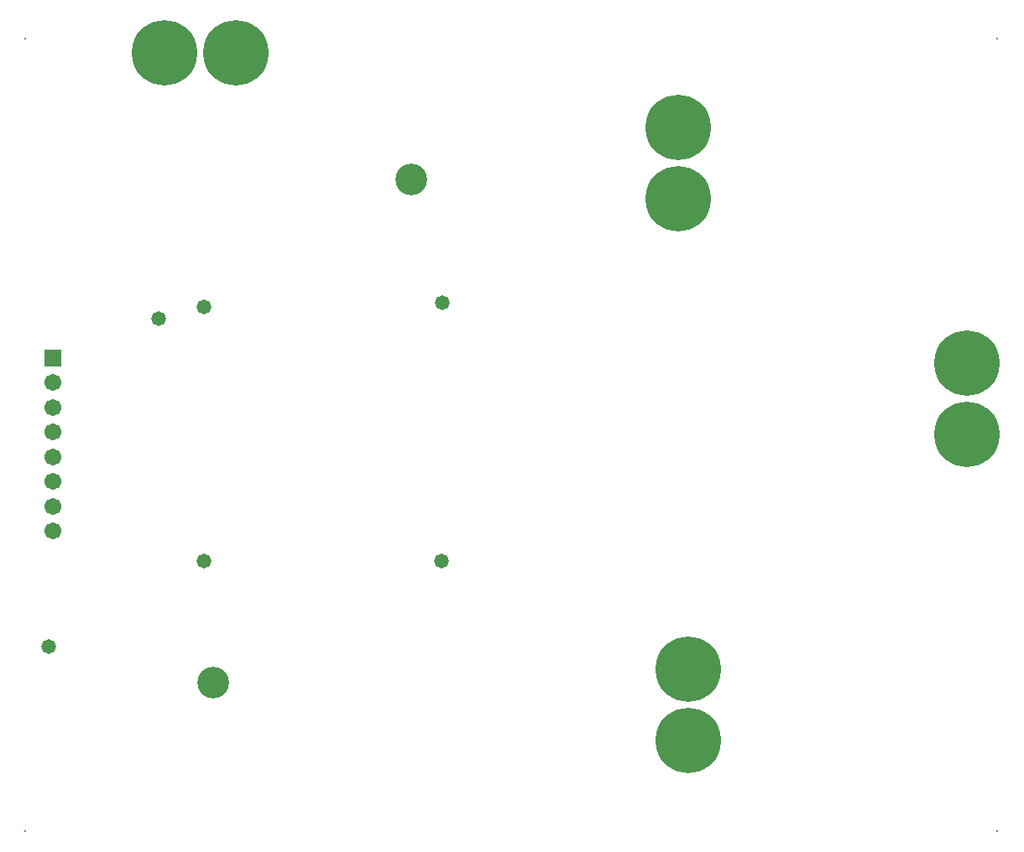
<source format=gbs>
G04*
G04 #@! TF.GenerationSoftware,Altium Limited,Altium Designer,20.0.12 (288)*
G04*
G04 Layer_Color=16711935*
%FSLAX25Y25*%
%MOIN*%
G70*
G01*
G75*
%ADD35R,0.06706X0.06706*%
%ADD36C,0.06706*%
%ADD37C,0.25997*%
%ADD38C,0.12611*%
%ADD39C,0.00800*%
%ADD40C,0.05800*%
D35*
X30709Y207677D02*
D03*
D36*
Y197835D02*
D03*
Y187992D02*
D03*
Y178150D02*
D03*
Y168307D02*
D03*
Y158465D02*
D03*
Y148622D02*
D03*
Y138779D02*
D03*
D37*
X282776Y83957D02*
D03*
Y55610D02*
D03*
X278839Y299114D02*
D03*
Y270768D02*
D03*
X393701Y205512D02*
D03*
Y177165D02*
D03*
X74803Y328740D02*
D03*
X103150D02*
D03*
D38*
X94114Y78642D02*
D03*
X172933Y278642D02*
D03*
D39*
X405512Y334646D02*
D03*
X19685D02*
D03*
Y19685D02*
D03*
X405512D02*
D03*
D40*
X184941Y126772D02*
D03*
X185138Y229528D02*
D03*
X72677Y223110D02*
D03*
X90551Y227972D02*
D03*
X28937Y92913D02*
D03*
X90551Y126772D02*
D03*
M02*

</source>
